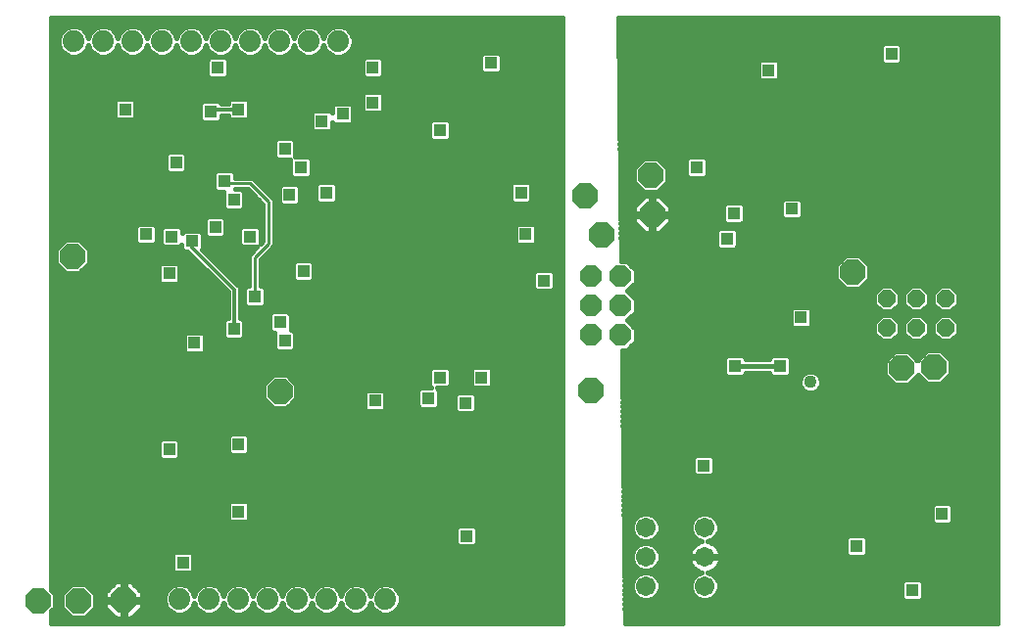
<source format=gbl>
G75*
%MOIN*%
%OFA0B0*%
%FSLAX25Y25*%
%IPPOS*%
%LPD*%
%AMOC8*
5,1,8,0,0,1.08239X$1,22.5*
%
%ADD10OC8,0.06000*%
%ADD11C,0.07400*%
%ADD12OC8,0.07400*%
%ADD13C,0.06731*%
%ADD14OC8,0.08500*%
%ADD15R,0.04362X0.04362*%
%ADD16C,0.04362*%
%ADD17C,0.01200*%
%ADD18C,0.01600*%
%ADD19C,0.03200*%
%ADD20C,0.01000*%
D10*
X0506591Y0208441D03*
X0516591Y0208441D03*
X0526591Y0208441D03*
X0526591Y0218441D03*
X0516591Y0218441D03*
X0506591Y0218441D03*
D11*
X0336000Y0116000D03*
X0326000Y0116000D03*
X0316000Y0116000D03*
X0306000Y0116000D03*
X0296000Y0116000D03*
X0286000Y0116000D03*
X0276000Y0116000D03*
X0266000Y0116000D03*
X0270000Y0306000D03*
X0260000Y0306000D03*
X0250000Y0306000D03*
X0240000Y0306000D03*
X0230000Y0306000D03*
X0280000Y0306000D03*
X0290000Y0306000D03*
X0300000Y0306000D03*
X0310000Y0306000D03*
X0320000Y0306000D03*
D12*
X0406000Y0226000D03*
X0416000Y0226000D03*
X0416000Y0216000D03*
X0406000Y0216000D03*
X0406000Y0206000D03*
X0416000Y0206000D03*
D13*
X0424661Y0140449D03*
X0424661Y0130449D03*
X0424661Y0120449D03*
X0444661Y0120449D03*
X0444661Y0130449D03*
X0444661Y0140449D03*
D14*
X0217811Y0115567D03*
X0231512Y0115567D03*
X0246945Y0115764D03*
X0300094Y0186669D03*
X0229465Y0232890D03*
X0404031Y0253559D03*
X0409740Y0239976D03*
X0426787Y0247063D03*
X0426315Y0260449D03*
X0494976Y0227378D03*
X0511630Y0194740D03*
X0522654Y0195055D03*
X0406000Y0187220D03*
D15*
X0388402Y0185252D03*
X0368717Y0191551D03*
X0363205Y0182890D03*
X0354543Y0191551D03*
X0350606Y0184465D03*
X0341157Y0182102D03*
X0332496Y0183677D03*
X0319110Y0189976D03*
X0301787Y0204150D03*
X0300213Y0210449D03*
X0291551Y0219110D03*
X0308087Y0227772D03*
X0289976Y0239583D03*
X0278165Y0242732D03*
X0270291Y0238008D03*
X0263205Y0239583D03*
X0254543Y0240370D03*
X0262417Y0226984D03*
X0284465Y0208087D03*
X0271079Y0203362D03*
X0262417Y0167142D03*
X0286039Y0168717D03*
X0272654Y0146669D03*
X0286039Y0145882D03*
X0267142Y0128559D03*
X0363598Y0137614D03*
X0444307Y0161630D03*
X0496276Y0134071D03*
X0515173Y0119110D03*
X0525409Y0145094D03*
X0470291Y0195488D03*
X0454937Y0195488D03*
X0477378Y0212024D03*
X0437220Y0219898D03*
X0452181Y0238795D03*
X0454543Y0247457D03*
X0474228Y0249031D03*
X0441945Y0263205D03*
X0466354Y0296276D03*
X0508087Y0301787D03*
X0389189Y0231709D03*
X0389976Y0224622D03*
X0382890Y0215961D03*
X0383677Y0240370D03*
X0383677Y0246669D03*
X0382102Y0254543D03*
X0350213Y0253756D03*
X0354543Y0275803D03*
X0339583Y0286039D03*
X0331709Y0285252D03*
X0321472Y0281315D03*
X0314386Y0278953D03*
X0301787Y0269504D03*
X0307299Y0263205D03*
X0303362Y0253756D03*
X0315961Y0254543D03*
X0284465Y0252181D03*
X0281315Y0258480D03*
X0264780Y0264780D03*
X0276591Y0282102D03*
X0286039Y0282890D03*
X0278953Y0297063D03*
X0247457Y0282890D03*
X0331709Y0297063D03*
X0371866Y0298638D03*
D16*
X0480528Y0189976D03*
D17*
X0356118Y0253756D02*
X0350213Y0253756D01*
X0286039Y0282890D02*
X0277378Y0282890D01*
X0276591Y0282102D01*
X0270291Y0238008D02*
X0270291Y0235646D01*
X0284465Y0221472D01*
X0284465Y0208087D01*
D18*
X0288046Y0208806D02*
X0296631Y0208806D01*
X0296631Y0207688D02*
X0297452Y0206868D01*
X0298206Y0206868D01*
X0298206Y0201389D01*
X0299026Y0200569D01*
X0304548Y0200569D01*
X0305368Y0201389D01*
X0305368Y0206911D01*
X0304548Y0207731D01*
X0303794Y0207731D01*
X0303794Y0213210D01*
X0302974Y0214030D01*
X0297452Y0214030D01*
X0296631Y0213210D01*
X0296631Y0207688D01*
X0297111Y0207208D02*
X0288046Y0207208D01*
X0288046Y0205609D02*
X0298206Y0205609D01*
X0298206Y0204011D02*
X0274660Y0204011D01*
X0274660Y0205609D02*
X0280883Y0205609D01*
X0280883Y0205326D02*
X0281704Y0204506D01*
X0287226Y0204506D01*
X0288046Y0205326D01*
X0288046Y0210848D01*
X0287226Y0211668D01*
X0286465Y0211668D01*
X0286465Y0222301D01*
X0285293Y0223472D01*
X0273695Y0235070D01*
X0273872Y0235247D01*
X0273872Y0240769D01*
X0273052Y0241589D01*
X0267530Y0241589D01*
X0266786Y0240844D01*
X0266786Y0242344D01*
X0265966Y0243164D01*
X0260444Y0243164D01*
X0259624Y0242344D01*
X0259624Y0236822D01*
X0260444Y0236002D01*
X0265966Y0236002D01*
X0266710Y0236746D01*
X0266710Y0235247D01*
X0267530Y0234427D01*
X0268682Y0234427D01*
X0282465Y0220644D01*
X0282465Y0211668D01*
X0281704Y0211668D01*
X0280883Y0210848D01*
X0280883Y0205326D01*
X0280883Y0207208D02*
X0222260Y0207208D01*
X0222260Y0208806D02*
X0280883Y0208806D01*
X0280883Y0210405D02*
X0222260Y0210405D01*
X0222260Y0212003D02*
X0282465Y0212003D01*
X0282465Y0213602D02*
X0222260Y0213602D01*
X0222260Y0215201D02*
X0282465Y0215201D01*
X0282465Y0216799D02*
X0222260Y0216799D01*
X0222260Y0218398D02*
X0282465Y0218398D01*
X0282465Y0219996D02*
X0222260Y0219996D01*
X0222260Y0221595D02*
X0281514Y0221595D01*
X0279916Y0223193D02*
X0222260Y0223193D01*
X0222260Y0224792D02*
X0258836Y0224792D01*
X0258836Y0224223D02*
X0259656Y0223403D01*
X0265178Y0223403D01*
X0265998Y0224223D01*
X0265998Y0229745D01*
X0265178Y0230565D01*
X0259656Y0230565D01*
X0258836Y0229745D01*
X0258836Y0224223D01*
X0258836Y0226390D02*
X0222260Y0226390D01*
X0222260Y0227989D02*
X0226375Y0227989D01*
X0227124Y0227240D02*
X0231805Y0227240D01*
X0235115Y0230549D01*
X0235115Y0235230D01*
X0231805Y0238540D01*
X0227124Y0238540D01*
X0223815Y0235230D01*
X0223815Y0230549D01*
X0227124Y0227240D01*
X0224777Y0229587D02*
X0222260Y0229587D01*
X0222260Y0231186D02*
X0223815Y0231186D01*
X0223815Y0232784D02*
X0222260Y0232784D01*
X0222260Y0234383D02*
X0223815Y0234383D01*
X0224566Y0235981D02*
X0222260Y0235981D01*
X0222260Y0237580D02*
X0226164Y0237580D01*
X0222260Y0239178D02*
X0250962Y0239178D01*
X0250962Y0237609D02*
X0251782Y0236789D01*
X0257304Y0236789D01*
X0258124Y0237609D01*
X0258124Y0243131D01*
X0257304Y0243951D01*
X0251782Y0243951D01*
X0250962Y0243131D01*
X0250962Y0237609D01*
X0250992Y0237580D02*
X0232765Y0237580D01*
X0234363Y0235981D02*
X0266710Y0235981D01*
X0268726Y0234383D02*
X0235115Y0234383D01*
X0235115Y0232784D02*
X0270324Y0232784D01*
X0271923Y0231186D02*
X0235115Y0231186D01*
X0234152Y0229587D02*
X0258836Y0229587D01*
X0258836Y0227989D02*
X0232554Y0227989D01*
X0222260Y0240777D02*
X0250962Y0240777D01*
X0250962Y0242375D02*
X0222260Y0242375D01*
X0222260Y0243974D02*
X0274584Y0243974D01*
X0274584Y0245493D02*
X0274584Y0239971D01*
X0275404Y0239151D01*
X0280926Y0239151D01*
X0281746Y0239971D01*
X0281746Y0245493D01*
X0280926Y0246313D01*
X0275404Y0246313D01*
X0274584Y0245493D01*
X0274663Y0245572D02*
X0222260Y0245572D01*
X0222260Y0247171D02*
X0294376Y0247171D01*
X0294376Y0248769D02*
X0287395Y0248769D01*
X0287226Y0248600D02*
X0288046Y0249420D01*
X0288046Y0254942D01*
X0287226Y0255762D01*
X0284896Y0255762D01*
X0284896Y0255793D01*
X0289189Y0255793D01*
X0294376Y0250607D01*
X0294376Y0238007D01*
X0293557Y0237189D01*
X0293557Y0242344D01*
X0292737Y0243164D01*
X0287215Y0243164D01*
X0286395Y0242344D01*
X0286395Y0236822D01*
X0287215Y0236002D01*
X0292370Y0236002D01*
X0289651Y0233283D01*
X0289651Y0222691D01*
X0288790Y0222691D01*
X0287970Y0221871D01*
X0287970Y0216349D01*
X0288790Y0215529D01*
X0294312Y0215529D01*
X0295132Y0216349D01*
X0295132Y0221871D01*
X0294312Y0222691D01*
X0293451Y0222691D01*
X0293451Y0231709D01*
X0298176Y0236433D01*
X0298176Y0252181D01*
X0291876Y0258480D01*
X0290763Y0259593D01*
X0284896Y0259593D01*
X0284896Y0261241D01*
X0284076Y0262061D01*
X0278554Y0262061D01*
X0277734Y0261241D01*
X0277734Y0255719D01*
X0278554Y0254899D01*
X0280883Y0254899D01*
X0280883Y0249420D01*
X0281704Y0248600D01*
X0287226Y0248600D01*
X0288046Y0250368D02*
X0294376Y0250368D01*
X0293016Y0251966D02*
X0288046Y0251966D01*
X0288046Y0253565D02*
X0291417Y0253565D01*
X0289819Y0255163D02*
X0287824Y0255163D01*
X0291876Y0258480D02*
X0291876Y0258480D01*
X0291996Y0258360D02*
X0396276Y0258360D01*
X0396276Y0256762D02*
X0385683Y0256762D01*
X0385683Y0257304D02*
X0384863Y0258124D01*
X0379341Y0258124D01*
X0378521Y0257304D01*
X0378521Y0251782D01*
X0379341Y0250962D01*
X0384863Y0250962D01*
X0385683Y0251782D01*
X0385683Y0257304D01*
X0385683Y0255163D02*
X0396276Y0255163D01*
X0396276Y0253565D02*
X0385683Y0253565D01*
X0385683Y0251966D02*
X0396276Y0251966D01*
X0396276Y0250368D02*
X0306316Y0250368D01*
X0306123Y0250175D02*
X0306943Y0250995D01*
X0306943Y0256517D01*
X0306123Y0257337D01*
X0300601Y0257337D01*
X0299781Y0256517D01*
X0299781Y0250995D01*
X0300601Y0250175D01*
X0306123Y0250175D01*
X0306943Y0251966D02*
X0312380Y0251966D01*
X0312380Y0251782D02*
X0313200Y0250962D01*
X0318722Y0250962D01*
X0319542Y0251782D01*
X0319542Y0257304D01*
X0318722Y0258124D01*
X0313200Y0258124D01*
X0312380Y0257304D01*
X0312380Y0251782D01*
X0312380Y0253565D02*
X0306943Y0253565D01*
X0306943Y0255163D02*
X0312380Y0255163D01*
X0312380Y0256762D02*
X0306698Y0256762D01*
X0304538Y0259624D02*
X0310060Y0259624D01*
X0310880Y0260444D01*
X0310880Y0265966D01*
X0310060Y0266786D01*
X0305368Y0266786D01*
X0305368Y0272265D01*
X0304548Y0273085D01*
X0299026Y0273085D01*
X0298206Y0272265D01*
X0298206Y0266743D01*
X0299026Y0265923D01*
X0303718Y0265923D01*
X0303718Y0260444D01*
X0304538Y0259624D01*
X0304203Y0259959D02*
X0284896Y0259959D01*
X0284580Y0261557D02*
X0303718Y0261557D01*
X0303718Y0263156D02*
X0268361Y0263156D01*
X0268361Y0262019D02*
X0267541Y0261198D01*
X0262019Y0261198D01*
X0261198Y0262019D01*
X0261198Y0267541D01*
X0262019Y0268361D01*
X0267541Y0268361D01*
X0268361Y0267541D01*
X0268361Y0262019D01*
X0267899Y0261557D02*
X0278050Y0261557D01*
X0277734Y0259959D02*
X0222260Y0259959D01*
X0222260Y0261557D02*
X0261660Y0261557D01*
X0261198Y0263156D02*
X0222260Y0263156D01*
X0222260Y0264754D02*
X0261198Y0264754D01*
X0261198Y0266353D02*
X0222260Y0266353D01*
X0222260Y0267951D02*
X0261609Y0267951D01*
X0267950Y0267951D02*
X0298206Y0267951D01*
X0298206Y0269550D02*
X0222260Y0269550D01*
X0222260Y0271148D02*
X0298206Y0271148D01*
X0298688Y0272747D02*
X0222260Y0272747D01*
X0222260Y0274345D02*
X0350962Y0274345D01*
X0350962Y0273042D02*
X0351782Y0272222D01*
X0357304Y0272222D01*
X0358124Y0273042D01*
X0358124Y0278564D01*
X0357304Y0279384D01*
X0351782Y0279384D01*
X0350962Y0278564D01*
X0350962Y0273042D01*
X0351257Y0272747D02*
X0304887Y0272747D01*
X0305368Y0271148D02*
X0396276Y0271148D01*
X0396276Y0269550D02*
X0305368Y0269550D01*
X0305368Y0267951D02*
X0396276Y0267951D01*
X0396276Y0266353D02*
X0310493Y0266353D01*
X0310880Y0264754D02*
X0396276Y0264754D01*
X0396276Y0263156D02*
X0310880Y0263156D01*
X0310880Y0261557D02*
X0396276Y0261557D01*
X0396276Y0259959D02*
X0310395Y0259959D01*
X0303718Y0264754D02*
X0268361Y0264754D01*
X0268361Y0266353D02*
X0298596Y0266353D01*
X0310805Y0276192D02*
X0311625Y0275372D01*
X0317147Y0275372D01*
X0317967Y0276192D01*
X0317967Y0278478D01*
X0318711Y0277734D01*
X0324233Y0277734D01*
X0325054Y0278554D01*
X0325054Y0284076D01*
X0324233Y0284896D01*
X0318711Y0284896D01*
X0317891Y0284076D01*
X0317891Y0281789D01*
X0317147Y0282534D01*
X0311625Y0282534D01*
X0310805Y0281714D01*
X0310805Y0276192D01*
X0311053Y0275944D02*
X0222260Y0275944D01*
X0222260Y0277542D02*
X0310805Y0277542D01*
X0310805Y0279141D02*
X0279971Y0279141D01*
X0280172Y0279341D02*
X0280172Y0280890D01*
X0282458Y0280890D01*
X0282458Y0280129D01*
X0283278Y0279309D01*
X0288800Y0279309D01*
X0289620Y0280129D01*
X0289620Y0285651D01*
X0288800Y0286471D01*
X0283278Y0286471D01*
X0282458Y0285651D01*
X0282458Y0284890D01*
X0280145Y0284890D01*
X0279352Y0285683D01*
X0273830Y0285683D01*
X0273009Y0284863D01*
X0273009Y0279341D01*
X0273830Y0278521D01*
X0279352Y0278521D01*
X0280172Y0279341D01*
X0280172Y0280739D02*
X0282458Y0280739D01*
X0289620Y0280739D02*
X0310805Y0280739D01*
X0311429Y0282338D02*
X0289620Y0282338D01*
X0289620Y0283937D02*
X0317891Y0283937D01*
X0317891Y0282338D02*
X0317343Y0282338D01*
X0317967Y0277542D02*
X0350962Y0277542D01*
X0350962Y0275944D02*
X0317719Y0275944D01*
X0325054Y0279141D02*
X0351539Y0279141D01*
X0357548Y0279141D02*
X0396276Y0279141D01*
X0396276Y0280739D02*
X0325054Y0280739D01*
X0325054Y0282338D02*
X0328281Y0282338D01*
X0328128Y0282491D02*
X0328948Y0281671D01*
X0334470Y0281671D01*
X0335290Y0282491D01*
X0335290Y0288013D01*
X0334470Y0288833D01*
X0328948Y0288833D01*
X0328128Y0288013D01*
X0328128Y0282491D01*
X0328128Y0283937D02*
X0325054Y0283937D01*
X0328128Y0285535D02*
X0289620Y0285535D01*
X0282458Y0285535D02*
X0279500Y0285535D01*
X0273681Y0285535D02*
X0251038Y0285535D01*
X0251038Y0285651D02*
X0250218Y0286471D01*
X0244696Y0286471D01*
X0243876Y0285651D01*
X0243876Y0280129D01*
X0244696Y0279309D01*
X0250218Y0279309D01*
X0251038Y0280129D01*
X0251038Y0285651D01*
X0251038Y0283937D02*
X0273009Y0283937D01*
X0273009Y0282338D02*
X0251038Y0282338D01*
X0251038Y0280739D02*
X0273009Y0280739D01*
X0273210Y0279141D02*
X0222260Y0279141D01*
X0222260Y0280739D02*
X0243876Y0280739D01*
X0243876Y0282338D02*
X0222260Y0282338D01*
X0222260Y0283937D02*
X0243876Y0283937D01*
X0243876Y0285535D02*
X0222260Y0285535D01*
X0222260Y0287134D02*
X0328128Y0287134D01*
X0328847Y0288732D02*
X0222260Y0288732D01*
X0222260Y0290331D02*
X0396276Y0290331D01*
X0396276Y0291929D02*
X0222260Y0291929D01*
X0222260Y0293528D02*
X0276146Y0293528D01*
X0276192Y0293482D02*
X0281714Y0293482D01*
X0282534Y0294302D01*
X0282534Y0299824D01*
X0281714Y0300644D01*
X0276192Y0300644D01*
X0275372Y0299824D01*
X0275372Y0294302D01*
X0276192Y0293482D01*
X0275372Y0295126D02*
X0222260Y0295126D01*
X0222260Y0296725D02*
X0275372Y0296725D01*
X0275372Y0298323D02*
X0222260Y0298323D01*
X0222260Y0299922D02*
X0275469Y0299922D01*
X0277111Y0301676D02*
X0278986Y0300900D01*
X0281014Y0300900D01*
X0282889Y0301676D01*
X0284324Y0303111D01*
X0285000Y0304744D01*
X0285676Y0303111D01*
X0287111Y0301676D01*
X0288986Y0300900D01*
X0291014Y0300900D01*
X0292889Y0301676D01*
X0294324Y0303111D01*
X0295000Y0304744D01*
X0295676Y0303111D01*
X0297111Y0301676D01*
X0298986Y0300900D01*
X0301014Y0300900D01*
X0302889Y0301676D01*
X0304324Y0303111D01*
X0305000Y0304744D01*
X0305676Y0303111D01*
X0307111Y0301676D01*
X0308986Y0300900D01*
X0311014Y0300900D01*
X0312889Y0301676D01*
X0314324Y0303111D01*
X0315000Y0304744D01*
X0315676Y0303111D01*
X0317111Y0301676D01*
X0318986Y0300900D01*
X0321014Y0300900D01*
X0322889Y0301676D01*
X0324324Y0303111D01*
X0325100Y0304986D01*
X0325100Y0307014D01*
X0324324Y0308889D01*
X0322889Y0310324D01*
X0321014Y0311100D01*
X0318986Y0311100D01*
X0317111Y0310324D01*
X0315676Y0308889D01*
X0315000Y0307256D01*
X0314324Y0308889D01*
X0312889Y0310324D01*
X0311014Y0311100D01*
X0308986Y0311100D01*
X0307111Y0310324D01*
X0305676Y0308889D01*
X0305000Y0307256D01*
X0304324Y0308889D01*
X0302889Y0310324D01*
X0301014Y0311100D01*
X0298986Y0311100D01*
X0297111Y0310324D01*
X0295676Y0308889D01*
X0295000Y0307256D01*
X0294324Y0308889D01*
X0292889Y0310324D01*
X0291014Y0311100D01*
X0288986Y0311100D01*
X0287111Y0310324D01*
X0285676Y0308889D01*
X0285000Y0307256D01*
X0284324Y0308889D01*
X0282889Y0310324D01*
X0281014Y0311100D01*
X0278986Y0311100D01*
X0277111Y0310324D01*
X0275676Y0308889D01*
X0275000Y0307256D01*
X0274324Y0308889D01*
X0272889Y0310324D01*
X0271014Y0311100D01*
X0268986Y0311100D01*
X0267111Y0310324D01*
X0265676Y0308889D01*
X0265000Y0307256D01*
X0264324Y0308889D01*
X0262889Y0310324D01*
X0261014Y0311100D01*
X0258986Y0311100D01*
X0257111Y0310324D01*
X0255676Y0308889D01*
X0255000Y0307256D01*
X0254324Y0308889D01*
X0252889Y0310324D01*
X0251014Y0311100D01*
X0248986Y0311100D01*
X0247111Y0310324D01*
X0245676Y0308889D01*
X0245000Y0307256D01*
X0244324Y0308889D01*
X0242889Y0310324D01*
X0241014Y0311100D01*
X0238986Y0311100D01*
X0237111Y0310324D01*
X0235676Y0308889D01*
X0235000Y0307256D01*
X0234324Y0308889D01*
X0232889Y0310324D01*
X0231014Y0311100D01*
X0228986Y0311100D01*
X0227111Y0310324D01*
X0225676Y0308889D01*
X0224900Y0307014D01*
X0224900Y0304986D01*
X0225676Y0303111D01*
X0227111Y0301676D01*
X0228986Y0300900D01*
X0231014Y0300900D01*
X0232889Y0301676D01*
X0234324Y0303111D01*
X0235000Y0304744D01*
X0235676Y0303111D01*
X0237111Y0301676D01*
X0238986Y0300900D01*
X0241014Y0300900D01*
X0242889Y0301676D01*
X0244324Y0303111D01*
X0245000Y0304744D01*
X0245676Y0303111D01*
X0247111Y0301676D01*
X0248986Y0300900D01*
X0251014Y0300900D01*
X0252889Y0301676D01*
X0254324Y0303111D01*
X0255000Y0304744D01*
X0255676Y0303111D01*
X0257111Y0301676D01*
X0258986Y0300900D01*
X0261014Y0300900D01*
X0262889Y0301676D01*
X0264324Y0303111D01*
X0265000Y0304744D01*
X0265676Y0303111D01*
X0267111Y0301676D01*
X0268986Y0300900D01*
X0271014Y0300900D01*
X0272889Y0301676D01*
X0274324Y0303111D01*
X0275000Y0304744D01*
X0275676Y0303111D01*
X0277111Y0301676D01*
X0277488Y0301520D02*
X0272512Y0301520D01*
X0274327Y0303119D02*
X0275673Y0303119D01*
X0275011Y0304717D02*
X0274989Y0304717D01*
X0274727Y0307914D02*
X0275273Y0307914D01*
X0276300Y0309513D02*
X0273700Y0309513D01*
X0266300Y0309513D02*
X0263700Y0309513D01*
X0264727Y0307914D02*
X0265273Y0307914D01*
X0265011Y0304717D02*
X0264989Y0304717D01*
X0264327Y0303119D02*
X0265673Y0303119D01*
X0267488Y0301520D02*
X0262512Y0301520D01*
X0257488Y0301520D02*
X0252512Y0301520D01*
X0254327Y0303119D02*
X0255673Y0303119D01*
X0255011Y0304717D02*
X0254989Y0304717D01*
X0254727Y0307914D02*
X0255273Y0307914D01*
X0256300Y0309513D02*
X0253700Y0309513D01*
X0246300Y0309513D02*
X0243700Y0309513D01*
X0244727Y0307914D02*
X0245273Y0307914D01*
X0245011Y0304717D02*
X0244989Y0304717D01*
X0244327Y0303119D02*
X0245673Y0303119D01*
X0247488Y0301520D02*
X0242512Y0301520D01*
X0237488Y0301520D02*
X0232512Y0301520D01*
X0234327Y0303119D02*
X0235673Y0303119D01*
X0235011Y0304717D02*
X0234989Y0304717D01*
X0234727Y0307914D02*
X0235273Y0307914D01*
X0236300Y0309513D02*
X0233700Y0309513D01*
X0226300Y0309513D02*
X0222260Y0309513D01*
X0222260Y0311111D02*
X0396276Y0311111D01*
X0396276Y0309513D02*
X0323700Y0309513D01*
X0324727Y0307914D02*
X0396276Y0307914D01*
X0396276Y0306316D02*
X0325100Y0306316D01*
X0324989Y0304717D02*
X0396276Y0304717D01*
X0396276Y0303119D02*
X0324327Y0303119D01*
X0322512Y0301520D02*
X0368406Y0301520D01*
X0368285Y0301399D02*
X0368285Y0295877D01*
X0369105Y0295057D01*
X0374627Y0295057D01*
X0375447Y0295877D01*
X0375447Y0301399D01*
X0374627Y0302219D01*
X0369105Y0302219D01*
X0368285Y0301399D01*
X0368285Y0299922D02*
X0335192Y0299922D01*
X0335290Y0299824D02*
X0334470Y0300644D01*
X0328948Y0300644D01*
X0328128Y0299824D01*
X0328128Y0294302D01*
X0328948Y0293482D01*
X0334470Y0293482D01*
X0335290Y0294302D01*
X0335290Y0299824D01*
X0335290Y0298323D02*
X0368285Y0298323D01*
X0368285Y0296725D02*
X0335290Y0296725D01*
X0335290Y0295126D02*
X0369036Y0295126D01*
X0374697Y0295126D02*
X0396276Y0295126D01*
X0396276Y0293528D02*
X0334515Y0293528D01*
X0328902Y0293528D02*
X0281759Y0293528D01*
X0282534Y0295126D02*
X0328128Y0295126D01*
X0328128Y0296725D02*
X0282534Y0296725D01*
X0282534Y0298323D02*
X0328128Y0298323D01*
X0328225Y0299922D02*
X0282436Y0299922D01*
X0282512Y0301520D02*
X0287488Y0301520D01*
X0285673Y0303119D02*
X0284327Y0303119D01*
X0284989Y0304717D02*
X0285011Y0304717D01*
X0285273Y0307914D02*
X0284727Y0307914D01*
X0283700Y0309513D02*
X0286300Y0309513D01*
X0293700Y0309513D02*
X0296300Y0309513D01*
X0295273Y0307914D02*
X0294727Y0307914D01*
X0294989Y0304717D02*
X0295011Y0304717D01*
X0295673Y0303119D02*
X0294327Y0303119D01*
X0292512Y0301520D02*
X0297488Y0301520D01*
X0302512Y0301520D02*
X0307488Y0301520D01*
X0305673Y0303119D02*
X0304327Y0303119D01*
X0304989Y0304717D02*
X0305011Y0304717D01*
X0305273Y0307914D02*
X0304727Y0307914D01*
X0303700Y0309513D02*
X0306300Y0309513D01*
X0313700Y0309513D02*
X0316300Y0309513D01*
X0315273Y0307914D02*
X0314727Y0307914D01*
X0314989Y0304717D02*
X0315011Y0304717D01*
X0315673Y0303119D02*
X0314327Y0303119D01*
X0312512Y0301520D02*
X0317488Y0301520D01*
X0334571Y0288732D02*
X0396276Y0288732D01*
X0396276Y0287134D02*
X0335290Y0287134D01*
X0335290Y0285535D02*
X0396276Y0285535D01*
X0396276Y0283937D02*
X0335290Y0283937D01*
X0335137Y0282338D02*
X0396276Y0282338D01*
X0396276Y0277542D02*
X0358124Y0277542D01*
X0358124Y0275944D02*
X0396276Y0275944D01*
X0396276Y0274345D02*
X0358124Y0274345D01*
X0357829Y0272747D02*
X0396276Y0272747D01*
X0415708Y0272747D02*
X0544200Y0272747D01*
X0544200Y0274345D02*
X0415691Y0274345D01*
X0415674Y0275944D02*
X0544200Y0275944D01*
X0544200Y0277542D02*
X0415657Y0277542D01*
X0415640Y0279141D02*
X0544200Y0279141D01*
X0544200Y0280739D02*
X0415623Y0280739D01*
X0415606Y0282338D02*
X0544200Y0282338D01*
X0544200Y0283937D02*
X0415589Y0283937D01*
X0415572Y0285535D02*
X0544200Y0285535D01*
X0544200Y0287134D02*
X0415555Y0287134D01*
X0415538Y0288732D02*
X0544200Y0288732D01*
X0544200Y0290331D02*
X0415521Y0290331D01*
X0415504Y0291929D02*
X0544200Y0291929D01*
X0544200Y0293528D02*
X0469935Y0293528D01*
X0469935Y0293515D02*
X0469115Y0292694D01*
X0463593Y0292694D01*
X0462773Y0293515D01*
X0462773Y0299037D01*
X0463593Y0299857D01*
X0469115Y0299857D01*
X0469935Y0299037D01*
X0469935Y0293515D01*
X0469935Y0295126D02*
X0544200Y0295126D01*
X0544200Y0296725D02*
X0469935Y0296725D01*
X0469935Y0298323D02*
X0505209Y0298323D01*
X0505326Y0298206D02*
X0510848Y0298206D01*
X0511668Y0299026D01*
X0511668Y0304548D01*
X0510848Y0305368D01*
X0505326Y0305368D01*
X0504506Y0304548D01*
X0504506Y0299026D01*
X0505326Y0298206D01*
X0504506Y0299922D02*
X0415419Y0299922D01*
X0415402Y0301520D02*
X0504506Y0301520D01*
X0504506Y0303119D02*
X0415385Y0303119D01*
X0415368Y0304717D02*
X0504674Y0304717D01*
X0511499Y0304717D02*
X0544200Y0304717D01*
X0544200Y0303119D02*
X0511668Y0303119D01*
X0511668Y0301520D02*
X0544200Y0301520D01*
X0544200Y0299922D02*
X0511668Y0299922D01*
X0510964Y0298323D02*
X0544200Y0298323D01*
X0544200Y0306316D02*
X0415351Y0306316D01*
X0415334Y0307914D02*
X0544200Y0307914D01*
X0544200Y0309513D02*
X0415317Y0309513D01*
X0415300Y0311111D02*
X0544200Y0311111D01*
X0544200Y0312710D02*
X0415283Y0312710D01*
X0415267Y0314200D02*
X0416151Y0231100D01*
X0418112Y0231100D01*
X0421100Y0228112D01*
X0421100Y0223888D01*
X0418212Y0221000D01*
X0421100Y0218112D01*
X0421100Y0213888D01*
X0418212Y0211000D01*
X0421100Y0208112D01*
X0421100Y0203888D01*
X0418112Y0200900D01*
X0416473Y0200900D01*
X0417463Y0107800D01*
X0544200Y0107800D01*
X0544200Y0314200D01*
X0415267Y0314200D01*
X0396276Y0314200D02*
X0396276Y0107800D01*
X0222260Y0107800D01*
X0222260Y0112025D01*
X0223461Y0113227D01*
X0223461Y0117907D01*
X0222260Y0119108D01*
X0222260Y0314200D01*
X0396276Y0314200D01*
X0396276Y0312710D02*
X0222260Y0312710D01*
X0222260Y0307914D02*
X0225273Y0307914D01*
X0224900Y0306316D02*
X0222260Y0306316D01*
X0222260Y0304717D02*
X0225011Y0304717D01*
X0225673Y0303119D02*
X0222260Y0303119D01*
X0222260Y0301520D02*
X0227488Y0301520D01*
X0222260Y0258360D02*
X0277734Y0258360D01*
X0277734Y0256762D02*
X0222260Y0256762D01*
X0222260Y0255163D02*
X0278290Y0255163D01*
X0280883Y0253565D02*
X0222260Y0253565D01*
X0222260Y0251966D02*
X0280883Y0251966D01*
X0280883Y0250368D02*
X0222260Y0250368D01*
X0222260Y0248769D02*
X0281534Y0248769D01*
X0281667Y0245572D02*
X0294376Y0245572D01*
X0294376Y0243974D02*
X0281746Y0243974D01*
X0281746Y0242375D02*
X0286427Y0242375D01*
X0286395Y0240777D02*
X0281746Y0240777D01*
X0280953Y0239178D02*
X0286395Y0239178D01*
X0286395Y0237580D02*
X0273872Y0237580D01*
X0273872Y0239178D02*
X0275377Y0239178D01*
X0274584Y0240777D02*
X0273865Y0240777D01*
X0274584Y0242375D02*
X0266754Y0242375D01*
X0259655Y0242375D02*
X0258124Y0242375D01*
X0258124Y0240777D02*
X0259624Y0240777D01*
X0259624Y0239178D02*
X0258124Y0239178D01*
X0258095Y0237580D02*
X0259624Y0237580D01*
X0265998Y0229587D02*
X0273521Y0229587D01*
X0275120Y0227989D02*
X0265998Y0227989D01*
X0265998Y0226390D02*
X0276718Y0226390D01*
X0278317Y0224792D02*
X0265998Y0224792D01*
X0275981Y0232784D02*
X0289651Y0232784D01*
X0289651Y0231186D02*
X0277580Y0231186D01*
X0279178Y0229587D02*
X0289651Y0229587D01*
X0289651Y0227989D02*
X0280777Y0227989D01*
X0282375Y0226390D02*
X0289651Y0226390D01*
X0289651Y0224792D02*
X0283974Y0224792D01*
X0285572Y0223193D02*
X0289651Y0223193D01*
X0287970Y0221595D02*
X0286465Y0221595D01*
X0286465Y0219996D02*
X0287970Y0219996D01*
X0287970Y0218398D02*
X0286465Y0218398D01*
X0286465Y0216799D02*
X0287970Y0216799D01*
X0286465Y0215201D02*
X0396276Y0215201D01*
X0396276Y0216799D02*
X0295132Y0216799D01*
X0295132Y0218398D02*
X0396276Y0218398D01*
X0396276Y0219996D02*
X0295132Y0219996D01*
X0295132Y0221595D02*
X0386662Y0221595D01*
X0386395Y0221861D02*
X0387215Y0221041D01*
X0392737Y0221041D01*
X0393557Y0221861D01*
X0393557Y0227383D01*
X0392737Y0228203D01*
X0387215Y0228203D01*
X0386395Y0227383D01*
X0386395Y0221861D01*
X0386395Y0223193D02*
X0293451Y0223193D01*
X0293451Y0224792D02*
X0304725Y0224792D01*
X0304506Y0225011D02*
X0305326Y0224191D01*
X0310848Y0224191D01*
X0311668Y0225011D01*
X0311668Y0230533D01*
X0310848Y0231353D01*
X0305326Y0231353D01*
X0304506Y0230533D01*
X0304506Y0225011D01*
X0304506Y0226390D02*
X0293451Y0226390D01*
X0293451Y0227989D02*
X0304506Y0227989D01*
X0304506Y0229587D02*
X0293451Y0229587D01*
X0293451Y0231186D02*
X0305158Y0231186D01*
X0311015Y0231186D02*
X0396276Y0231186D01*
X0396276Y0232784D02*
X0294526Y0232784D01*
X0296125Y0234383D02*
X0396276Y0234383D01*
X0396276Y0235981D02*
X0297723Y0235981D01*
X0298176Y0237580D02*
X0380125Y0237580D01*
X0380096Y0237609D02*
X0380916Y0236789D01*
X0386438Y0236789D01*
X0387258Y0237609D01*
X0387258Y0243131D01*
X0386438Y0243951D01*
X0380916Y0243951D01*
X0380096Y0243131D01*
X0380096Y0237609D01*
X0380096Y0239178D02*
X0298176Y0239178D01*
X0298176Y0240777D02*
X0380096Y0240777D01*
X0380096Y0242375D02*
X0298176Y0242375D01*
X0298176Y0243974D02*
X0396276Y0243974D01*
X0396276Y0245572D02*
X0298176Y0245572D01*
X0298176Y0247171D02*
X0396276Y0247171D01*
X0396276Y0248769D02*
X0298176Y0248769D01*
X0298176Y0250368D02*
X0300408Y0250368D01*
X0299781Y0251966D02*
X0298176Y0251966D01*
X0296791Y0253565D02*
X0299781Y0253565D01*
X0299781Y0255163D02*
X0295193Y0255163D01*
X0293594Y0256762D02*
X0300026Y0256762D01*
X0294376Y0242375D02*
X0293526Y0242375D01*
X0293557Y0240777D02*
X0294376Y0240777D01*
X0294376Y0239178D02*
X0293557Y0239178D01*
X0293557Y0237580D02*
X0293948Y0237580D01*
X0292349Y0235981D02*
X0273872Y0235981D01*
X0274383Y0234383D02*
X0290751Y0234383D01*
X0311668Y0229587D02*
X0396276Y0229587D01*
X0396276Y0227989D02*
X0392952Y0227989D01*
X0393557Y0226390D02*
X0396276Y0226390D01*
X0396276Y0224792D02*
X0393557Y0224792D01*
X0393557Y0223193D02*
X0396276Y0223193D01*
X0396276Y0221595D02*
X0393291Y0221595D01*
X0386395Y0224792D02*
X0311449Y0224792D01*
X0311668Y0226390D02*
X0386395Y0226390D01*
X0387001Y0227989D02*
X0311668Y0227989D01*
X0303402Y0213602D02*
X0396276Y0213602D01*
X0396276Y0212003D02*
X0303794Y0212003D01*
X0303794Y0210405D02*
X0396276Y0210405D01*
X0396276Y0208806D02*
X0303794Y0208806D01*
X0305071Y0207208D02*
X0396276Y0207208D01*
X0396276Y0205609D02*
X0305368Y0205609D01*
X0305368Y0204011D02*
X0396276Y0204011D01*
X0396276Y0202412D02*
X0305368Y0202412D01*
X0304794Y0200814D02*
X0396276Y0200814D01*
X0396276Y0199215D02*
X0222260Y0199215D01*
X0222260Y0197617D02*
X0396276Y0197617D01*
X0396276Y0196018D02*
X0222260Y0196018D01*
X0222260Y0194420D02*
X0351070Y0194420D01*
X0350962Y0194312D02*
X0350962Y0188790D01*
X0351707Y0188046D01*
X0347845Y0188046D01*
X0347025Y0187226D01*
X0347025Y0181704D01*
X0347845Y0180883D01*
X0353367Y0180883D01*
X0354187Y0181704D01*
X0354187Y0187226D01*
X0353443Y0187970D01*
X0357304Y0187970D01*
X0358124Y0188790D01*
X0358124Y0194312D01*
X0357304Y0195132D01*
X0351782Y0195132D01*
X0350962Y0194312D01*
X0350962Y0192821D02*
X0222260Y0192821D01*
X0222260Y0191223D02*
X0296658Y0191223D01*
X0297754Y0192319D02*
X0294444Y0189010D01*
X0294444Y0184329D01*
X0297754Y0181019D01*
X0302435Y0181019D01*
X0305744Y0184329D01*
X0305744Y0189010D01*
X0302435Y0192319D01*
X0297754Y0192319D01*
X0295059Y0189624D02*
X0222260Y0189624D01*
X0222260Y0188026D02*
X0294444Y0188026D01*
X0294444Y0186427D02*
X0222260Y0186427D01*
X0222260Y0184829D02*
X0294444Y0184829D01*
X0295543Y0183230D02*
X0222260Y0183230D01*
X0222260Y0181632D02*
X0297142Y0181632D01*
X0303047Y0181632D02*
X0328915Y0181632D01*
X0328915Y0180916D02*
X0329735Y0180096D01*
X0335257Y0180096D01*
X0336077Y0180916D01*
X0336077Y0186438D01*
X0335257Y0187258D01*
X0329735Y0187258D01*
X0328915Y0186438D01*
X0328915Y0180916D01*
X0328915Y0183230D02*
X0304646Y0183230D01*
X0305744Y0184829D02*
X0328915Y0184829D01*
X0328915Y0186427D02*
X0305744Y0186427D01*
X0305744Y0188026D02*
X0347825Y0188026D01*
X0347025Y0186427D02*
X0336077Y0186427D01*
X0336077Y0184829D02*
X0347025Y0184829D01*
X0347025Y0183230D02*
X0336077Y0183230D01*
X0336077Y0181632D02*
X0347097Y0181632D01*
X0341157Y0182102D02*
X0341157Y0180528D01*
X0340370Y0181315D01*
X0350962Y0189624D02*
X0305130Y0189624D01*
X0303531Y0191223D02*
X0350962Y0191223D01*
X0354187Y0186427D02*
X0360400Y0186427D01*
X0360444Y0186471D02*
X0359624Y0185651D01*
X0359624Y0180129D01*
X0360444Y0179309D01*
X0365966Y0179309D01*
X0366786Y0180129D01*
X0366786Y0185651D01*
X0365966Y0186471D01*
X0360444Y0186471D01*
X0359624Y0184829D02*
X0354187Y0184829D01*
X0354187Y0183230D02*
X0359624Y0183230D01*
X0359624Y0181632D02*
X0354116Y0181632D01*
X0359719Y0180033D02*
X0222260Y0180033D01*
X0222260Y0178435D02*
X0396276Y0178435D01*
X0396276Y0180033D02*
X0366690Y0180033D01*
X0366786Y0181632D02*
X0396276Y0181632D01*
X0396276Y0183230D02*
X0366786Y0183230D01*
X0366786Y0184829D02*
X0396276Y0184829D01*
X0396276Y0186427D02*
X0366009Y0186427D01*
X0365956Y0187970D02*
X0371478Y0187970D01*
X0372298Y0188790D01*
X0372298Y0194312D01*
X0371478Y0195132D01*
X0365956Y0195132D01*
X0365135Y0194312D01*
X0365135Y0188790D01*
X0365956Y0187970D01*
X0365900Y0188026D02*
X0357360Y0188026D01*
X0358124Y0189624D02*
X0365135Y0189624D01*
X0365135Y0191223D02*
X0358124Y0191223D01*
X0358124Y0192821D02*
X0365135Y0192821D01*
X0365243Y0194420D02*
X0358017Y0194420D01*
X0372190Y0194420D02*
X0396276Y0194420D01*
X0396276Y0192821D02*
X0372298Y0192821D01*
X0372298Y0191223D02*
X0396276Y0191223D01*
X0396276Y0189624D02*
X0372298Y0189624D01*
X0371533Y0188026D02*
X0396276Y0188026D01*
X0388402Y0185252D02*
X0388402Y0183677D01*
X0396276Y0176836D02*
X0222260Y0176836D01*
X0222260Y0175238D02*
X0396276Y0175238D01*
X0396276Y0173639D02*
X0222260Y0173639D01*
X0222260Y0172041D02*
X0283021Y0172041D01*
X0283278Y0172298D02*
X0282458Y0171478D01*
X0282458Y0165956D01*
X0283278Y0165135D01*
X0288800Y0165135D01*
X0289620Y0165956D01*
X0289620Y0171478D01*
X0288800Y0172298D01*
X0283278Y0172298D01*
X0282458Y0170442D02*
X0265459Y0170442D01*
X0265178Y0170723D02*
X0265998Y0169903D01*
X0265998Y0164381D01*
X0265178Y0163561D01*
X0259656Y0163561D01*
X0258836Y0164381D01*
X0258836Y0169903D01*
X0259656Y0170723D01*
X0265178Y0170723D01*
X0265998Y0168844D02*
X0282458Y0168844D01*
X0282458Y0167245D02*
X0265998Y0167245D01*
X0265998Y0165647D02*
X0282767Y0165647D01*
X0289312Y0165647D02*
X0396276Y0165647D01*
X0396276Y0167245D02*
X0289620Y0167245D01*
X0289620Y0168844D02*
X0396276Y0168844D01*
X0396276Y0170442D02*
X0289620Y0170442D01*
X0289057Y0172041D02*
X0396276Y0172041D01*
X0396276Y0164048D02*
X0265666Y0164048D01*
X0259169Y0164048D02*
X0222260Y0164048D01*
X0222260Y0162450D02*
X0396276Y0162450D01*
X0396276Y0160851D02*
X0222260Y0160851D01*
X0222260Y0159253D02*
X0396276Y0159253D01*
X0396276Y0157654D02*
X0222260Y0157654D01*
X0222260Y0156056D02*
X0396276Y0156056D01*
X0396276Y0154457D02*
X0222260Y0154457D01*
X0222260Y0152859D02*
X0396276Y0152859D01*
X0396276Y0151260D02*
X0222260Y0151260D01*
X0222260Y0149662D02*
X0396276Y0149662D01*
X0396276Y0148063D02*
X0289620Y0148063D01*
X0289620Y0148643D02*
X0288800Y0149463D01*
X0283278Y0149463D01*
X0282458Y0148643D01*
X0282458Y0143121D01*
X0283278Y0142301D01*
X0288800Y0142301D01*
X0289620Y0143121D01*
X0289620Y0148643D01*
X0289620Y0146465D02*
X0396276Y0146465D01*
X0396276Y0144866D02*
X0289620Y0144866D01*
X0289620Y0143268D02*
X0396276Y0143268D01*
X0396276Y0141669D02*
X0222260Y0141669D01*
X0222260Y0140070D02*
X0360017Y0140070D01*
X0360017Y0140375D02*
X0360017Y0134853D01*
X0360837Y0134033D01*
X0366359Y0134033D01*
X0367180Y0134853D01*
X0367180Y0140375D01*
X0366359Y0141195D01*
X0360837Y0141195D01*
X0360017Y0140375D01*
X0360017Y0138472D02*
X0222260Y0138472D01*
X0222260Y0136873D02*
X0360017Y0136873D01*
X0360017Y0135275D02*
X0222260Y0135275D01*
X0222260Y0133676D02*
X0396276Y0133676D01*
X0396276Y0132078D02*
X0269965Y0132078D01*
X0269903Y0132140D02*
X0264381Y0132140D01*
X0263561Y0131320D01*
X0263561Y0125798D01*
X0264381Y0124978D01*
X0269903Y0124978D01*
X0270723Y0125798D01*
X0270723Y0131320D01*
X0269903Y0132140D01*
X0270723Y0130479D02*
X0396276Y0130479D01*
X0396276Y0128881D02*
X0270723Y0128881D01*
X0270723Y0127282D02*
X0396276Y0127282D01*
X0396276Y0125684D02*
X0270609Y0125684D01*
X0268889Y0120324D02*
X0267014Y0121100D01*
X0264986Y0121100D01*
X0263111Y0120324D01*
X0261676Y0118889D01*
X0260900Y0117014D01*
X0260900Y0114986D01*
X0261676Y0113111D01*
X0263111Y0111676D01*
X0264986Y0110900D01*
X0267014Y0110900D01*
X0268889Y0111676D01*
X0270324Y0113111D01*
X0271000Y0114744D01*
X0271676Y0113111D01*
X0273111Y0111676D01*
X0274986Y0110900D01*
X0277014Y0110900D01*
X0278889Y0111676D01*
X0280324Y0113111D01*
X0281000Y0114744D01*
X0281676Y0113111D01*
X0283111Y0111676D01*
X0284986Y0110900D01*
X0287014Y0110900D01*
X0288889Y0111676D01*
X0290324Y0113111D01*
X0291000Y0114744D01*
X0291676Y0113111D01*
X0293111Y0111676D01*
X0294986Y0110900D01*
X0297014Y0110900D01*
X0298889Y0111676D01*
X0300324Y0113111D01*
X0301000Y0114744D01*
X0301676Y0113111D01*
X0303111Y0111676D01*
X0304986Y0110900D01*
X0307014Y0110900D01*
X0308889Y0111676D01*
X0310324Y0113111D01*
X0311000Y0114744D01*
X0311676Y0113111D01*
X0313111Y0111676D01*
X0314986Y0110900D01*
X0317014Y0110900D01*
X0318889Y0111676D01*
X0320324Y0113111D01*
X0321000Y0114744D01*
X0321676Y0113111D01*
X0323111Y0111676D01*
X0324986Y0110900D01*
X0327014Y0110900D01*
X0328889Y0111676D01*
X0330324Y0113111D01*
X0331000Y0114744D01*
X0331676Y0113111D01*
X0333111Y0111676D01*
X0334986Y0110900D01*
X0337014Y0110900D01*
X0338889Y0111676D01*
X0340324Y0113111D01*
X0341100Y0114986D01*
X0341100Y0117014D01*
X0340324Y0118889D01*
X0338889Y0120324D01*
X0337014Y0121100D01*
X0334986Y0121100D01*
X0333111Y0120324D01*
X0331676Y0118889D01*
X0331000Y0117256D01*
X0330324Y0118889D01*
X0328889Y0120324D01*
X0327014Y0121100D01*
X0324986Y0121100D01*
X0323111Y0120324D01*
X0321676Y0118889D01*
X0321000Y0117256D01*
X0320324Y0118889D01*
X0318889Y0120324D01*
X0317014Y0121100D01*
X0314986Y0121100D01*
X0313111Y0120324D01*
X0311676Y0118889D01*
X0311000Y0117256D01*
X0310324Y0118889D01*
X0308889Y0120324D01*
X0307014Y0121100D01*
X0304986Y0121100D01*
X0303111Y0120324D01*
X0301676Y0118889D01*
X0301000Y0117256D01*
X0300324Y0118889D01*
X0298889Y0120324D01*
X0297014Y0121100D01*
X0294986Y0121100D01*
X0293111Y0120324D01*
X0291676Y0118889D01*
X0291000Y0117256D01*
X0290324Y0118889D01*
X0288889Y0120324D01*
X0287014Y0121100D01*
X0284986Y0121100D01*
X0283111Y0120324D01*
X0281676Y0118889D01*
X0281000Y0117256D01*
X0280324Y0118889D01*
X0278889Y0120324D01*
X0277014Y0121100D01*
X0274986Y0121100D01*
X0273111Y0120324D01*
X0271676Y0118889D01*
X0271000Y0117256D01*
X0270324Y0118889D01*
X0268889Y0120324D01*
X0269923Y0119290D02*
X0272077Y0119290D01*
X0271180Y0117691D02*
X0270820Y0117691D01*
X0270897Y0114494D02*
X0271103Y0114494D01*
X0271892Y0112896D02*
X0270108Y0112896D01*
X0267974Y0111297D02*
X0274026Y0111297D01*
X0277974Y0111297D02*
X0284026Y0111297D01*
X0281892Y0112896D02*
X0280108Y0112896D01*
X0280896Y0114494D02*
X0281103Y0114494D01*
X0281180Y0117691D02*
X0280820Y0117691D01*
X0279923Y0119290D02*
X0282077Y0119290D01*
X0284475Y0120888D02*
X0277525Y0120888D01*
X0274475Y0120888D02*
X0267525Y0120888D01*
X0264475Y0120888D02*
X0250659Y0120888D01*
X0249534Y0122014D02*
X0247445Y0122014D01*
X0247445Y0116264D01*
X0246445Y0116264D01*
X0246445Y0122014D01*
X0244356Y0122014D01*
X0240695Y0118353D01*
X0240695Y0116264D01*
X0246445Y0116264D01*
X0246445Y0115264D01*
X0240695Y0115264D01*
X0240695Y0113175D01*
X0244356Y0109514D01*
X0246445Y0109514D01*
X0246445Y0115264D01*
X0247445Y0115264D01*
X0247445Y0116264D01*
X0253195Y0116264D01*
X0253195Y0118353D01*
X0249534Y0122014D01*
X0247445Y0120888D02*
X0246445Y0120888D01*
X0246445Y0119290D02*
X0247445Y0119290D01*
X0247445Y0117691D02*
X0246445Y0117691D01*
X0246445Y0116093D02*
X0237162Y0116093D01*
X0237162Y0117691D02*
X0240695Y0117691D01*
X0241632Y0119290D02*
X0235779Y0119290D01*
X0237162Y0117907D02*
X0233852Y0121217D01*
X0229172Y0121217D01*
X0225862Y0117907D01*
X0225862Y0113227D01*
X0229172Y0109917D01*
X0233852Y0109917D01*
X0237162Y0113227D01*
X0237162Y0117907D01*
X0237162Y0114494D02*
X0240695Y0114494D01*
X0240974Y0112896D02*
X0236831Y0112896D01*
X0235232Y0111297D02*
X0242573Y0111297D01*
X0244171Y0109699D02*
X0222260Y0109699D01*
X0222260Y0111297D02*
X0227791Y0111297D01*
X0226193Y0112896D02*
X0223130Y0112896D01*
X0223461Y0114494D02*
X0225862Y0114494D01*
X0225862Y0116093D02*
X0223461Y0116093D01*
X0223461Y0117691D02*
X0225862Y0117691D01*
X0227244Y0119290D02*
X0222260Y0119290D01*
X0222260Y0120888D02*
X0228843Y0120888D01*
X0234181Y0120888D02*
X0243231Y0120888D01*
X0247445Y0116093D02*
X0260900Y0116093D01*
X0261103Y0114494D02*
X0253195Y0114494D01*
X0253195Y0115264D02*
X0253195Y0113175D01*
X0249534Y0109514D01*
X0247445Y0109514D01*
X0247445Y0115264D01*
X0253195Y0115264D01*
X0252916Y0112896D02*
X0261892Y0112896D01*
X0264026Y0111297D02*
X0251317Y0111297D01*
X0249719Y0109699D02*
X0396276Y0109699D01*
X0396276Y0111297D02*
X0337974Y0111297D01*
X0340108Y0112896D02*
X0396276Y0112896D01*
X0396276Y0114494D02*
X0340897Y0114494D01*
X0341100Y0116093D02*
X0396276Y0116093D01*
X0396276Y0117691D02*
X0340820Y0117691D01*
X0339923Y0119290D02*
X0396276Y0119290D01*
X0396276Y0120888D02*
X0337525Y0120888D01*
X0334475Y0120888D02*
X0327525Y0120888D01*
X0329923Y0119290D02*
X0332077Y0119290D01*
X0331180Y0117691D02*
X0330820Y0117691D01*
X0330897Y0114494D02*
X0331103Y0114494D01*
X0331892Y0112896D02*
X0330108Y0112896D01*
X0327974Y0111297D02*
X0334026Y0111297D01*
X0324026Y0111297D02*
X0317974Y0111297D01*
X0320108Y0112896D02*
X0321892Y0112896D01*
X0321103Y0114494D02*
X0320897Y0114494D01*
X0320820Y0117691D02*
X0321180Y0117691D01*
X0322077Y0119290D02*
X0319923Y0119290D01*
X0317525Y0120888D02*
X0324475Y0120888D01*
X0314475Y0120888D02*
X0307525Y0120888D01*
X0309923Y0119290D02*
X0312077Y0119290D01*
X0311180Y0117691D02*
X0310820Y0117691D01*
X0310897Y0114494D02*
X0311103Y0114494D01*
X0311892Y0112896D02*
X0310108Y0112896D01*
X0307974Y0111297D02*
X0314026Y0111297D01*
X0304026Y0111297D02*
X0297974Y0111297D01*
X0300108Y0112896D02*
X0301892Y0112896D01*
X0301103Y0114494D02*
X0300897Y0114494D01*
X0300820Y0117691D02*
X0301180Y0117691D01*
X0302077Y0119290D02*
X0299923Y0119290D01*
X0297525Y0120888D02*
X0304475Y0120888D01*
X0294475Y0120888D02*
X0287525Y0120888D01*
X0289923Y0119290D02*
X0292077Y0119290D01*
X0291180Y0117691D02*
X0290820Y0117691D01*
X0290897Y0114494D02*
X0291103Y0114494D01*
X0291892Y0112896D02*
X0290108Y0112896D01*
X0287974Y0111297D02*
X0294026Y0111297D01*
X0262077Y0119290D02*
X0252258Y0119290D01*
X0253195Y0117691D02*
X0261180Y0117691D01*
X0263675Y0125684D02*
X0222260Y0125684D01*
X0222260Y0127282D02*
X0263561Y0127282D01*
X0263561Y0128881D02*
X0222260Y0128881D01*
X0222260Y0130479D02*
X0263561Y0130479D01*
X0264319Y0132078D02*
X0222260Y0132078D01*
X0222260Y0124085D02*
X0396276Y0124085D01*
X0396276Y0122487D02*
X0222260Y0122487D01*
X0222260Y0108100D02*
X0396276Y0108100D01*
X0417460Y0108100D02*
X0544200Y0108100D01*
X0544200Y0109699D02*
X0417443Y0109699D01*
X0417426Y0111297D02*
X0544200Y0111297D01*
X0544200Y0112896D02*
X0417409Y0112896D01*
X0417392Y0114494D02*
X0544200Y0114494D01*
X0544200Y0116093D02*
X0518498Y0116093D01*
X0518754Y0116349D02*
X0517934Y0115529D01*
X0512412Y0115529D01*
X0511592Y0116349D01*
X0511592Y0121871D01*
X0512412Y0122691D01*
X0517934Y0122691D01*
X0518754Y0121871D01*
X0518754Y0116349D01*
X0518754Y0117691D02*
X0544200Y0117691D01*
X0544200Y0119290D02*
X0518754Y0119290D01*
X0518754Y0120888D02*
X0544200Y0120888D01*
X0544200Y0122487D02*
X0518139Y0122487D01*
X0512208Y0122487D02*
X0448975Y0122487D01*
X0448701Y0123148D02*
X0449427Y0121397D01*
X0449427Y0119501D01*
X0448701Y0117749D01*
X0447361Y0116409D01*
X0445609Y0115683D01*
X0443714Y0115683D01*
X0441962Y0116409D01*
X0440622Y0117749D01*
X0439896Y0119501D01*
X0439896Y0121397D01*
X0440622Y0123148D01*
X0441962Y0124489D01*
X0443631Y0125180D01*
X0443405Y0125216D01*
X0442602Y0125477D01*
X0441849Y0125860D01*
X0441166Y0126356D01*
X0440569Y0126954D01*
X0440073Y0127637D01*
X0439689Y0128389D01*
X0439428Y0129192D01*
X0439296Y0130027D01*
X0439296Y0130166D01*
X0444379Y0130166D01*
X0444379Y0130731D01*
X0439296Y0130731D01*
X0439296Y0130871D01*
X0439428Y0131705D01*
X0439689Y0132508D01*
X0440073Y0133261D01*
X0440569Y0133944D01*
X0441166Y0134541D01*
X0441849Y0135038D01*
X0442602Y0135421D01*
X0443405Y0135682D01*
X0443631Y0135718D01*
X0441962Y0136409D01*
X0440622Y0137749D01*
X0439896Y0139501D01*
X0439896Y0141397D01*
X0440622Y0143148D01*
X0441962Y0144489D01*
X0443714Y0145214D01*
X0445609Y0145214D01*
X0447361Y0144489D01*
X0448701Y0143148D01*
X0449427Y0141397D01*
X0449427Y0139501D01*
X0448701Y0137749D01*
X0447361Y0136409D01*
X0445692Y0135718D01*
X0445918Y0135682D01*
X0446721Y0135421D01*
X0447473Y0135038D01*
X0448157Y0134541D01*
X0448754Y0133944D01*
X0449250Y0133261D01*
X0449634Y0132508D01*
X0449895Y0131705D01*
X0450027Y0130871D01*
X0450027Y0130731D01*
X0444944Y0130731D01*
X0444944Y0130166D01*
X0450027Y0130166D01*
X0450027Y0130027D01*
X0449895Y0129192D01*
X0449634Y0128389D01*
X0449250Y0127637D01*
X0448754Y0126954D01*
X0448157Y0126356D01*
X0447473Y0125860D01*
X0446721Y0125477D01*
X0445918Y0125216D01*
X0445692Y0125180D01*
X0447361Y0124489D01*
X0448701Y0123148D01*
X0447764Y0124085D02*
X0544200Y0124085D01*
X0544200Y0125684D02*
X0447128Y0125684D01*
X0448993Y0127282D02*
X0544200Y0127282D01*
X0544200Y0128881D02*
X0449793Y0128881D01*
X0449774Y0132078D02*
X0492694Y0132078D01*
X0492694Y0131310D02*
X0493515Y0130490D01*
X0499037Y0130490D01*
X0499857Y0131310D01*
X0499857Y0136832D01*
X0499037Y0137652D01*
X0493515Y0137652D01*
X0492694Y0136832D01*
X0492694Y0131310D01*
X0492694Y0133676D02*
X0448948Y0133676D01*
X0447008Y0135275D02*
X0492694Y0135275D01*
X0492736Y0136873D02*
X0447825Y0136873D01*
X0449001Y0138472D02*
X0544200Y0138472D01*
X0544200Y0140070D02*
X0449427Y0140070D01*
X0449314Y0141669D02*
X0522493Y0141669D01*
X0522648Y0141513D02*
X0528170Y0141513D01*
X0528991Y0142333D01*
X0528991Y0147855D01*
X0528170Y0148676D01*
X0522648Y0148676D01*
X0521828Y0147855D01*
X0521828Y0142333D01*
X0522648Y0141513D01*
X0521828Y0143268D02*
X0448582Y0143268D01*
X0446450Y0144866D02*
X0521828Y0144866D01*
X0521828Y0146465D02*
X0417052Y0146465D01*
X0417035Y0148063D02*
X0522036Y0148063D01*
X0528783Y0148063D02*
X0544200Y0148063D01*
X0544200Y0146465D02*
X0528991Y0146465D01*
X0528991Y0144866D02*
X0544200Y0144866D01*
X0544200Y0143268D02*
X0528991Y0143268D01*
X0528326Y0141669D02*
X0544200Y0141669D01*
X0544200Y0136873D02*
X0499815Y0136873D01*
X0499857Y0135275D02*
X0544200Y0135275D01*
X0544200Y0133676D02*
X0499857Y0133676D01*
X0499857Y0132078D02*
X0544200Y0132078D01*
X0544200Y0130479D02*
X0444944Y0130479D01*
X0444379Y0130479D02*
X0429427Y0130479D01*
X0429427Y0131397D02*
X0429427Y0129501D01*
X0428701Y0127749D01*
X0427361Y0126409D01*
X0425609Y0125683D01*
X0423714Y0125683D01*
X0421962Y0126409D01*
X0420622Y0127749D01*
X0419896Y0129501D01*
X0419896Y0131397D01*
X0420622Y0133148D01*
X0421962Y0134489D01*
X0423714Y0135214D01*
X0425609Y0135214D01*
X0427361Y0134489D01*
X0428701Y0133148D01*
X0429427Y0131397D01*
X0429145Y0132078D02*
X0439549Y0132078D01*
X0440374Y0133676D02*
X0428173Y0133676D01*
X0427361Y0136409D02*
X0428701Y0137749D01*
X0429427Y0139501D01*
X0429427Y0141397D01*
X0428701Y0143148D01*
X0427361Y0144489D01*
X0425609Y0145214D01*
X0423714Y0145214D01*
X0421962Y0144489D01*
X0420622Y0143148D01*
X0419896Y0141397D01*
X0419896Y0139501D01*
X0420622Y0137749D01*
X0421962Y0136409D01*
X0423714Y0135683D01*
X0425609Y0135683D01*
X0427361Y0136409D01*
X0427825Y0136873D02*
X0441498Y0136873D01*
X0442315Y0135275D02*
X0417171Y0135275D01*
X0417154Y0136873D02*
X0421498Y0136873D01*
X0420322Y0138472D02*
X0417137Y0138472D01*
X0417120Y0140070D02*
X0419896Y0140070D01*
X0420009Y0141669D02*
X0417103Y0141669D01*
X0417086Y0143268D02*
X0420741Y0143268D01*
X0422873Y0144866D02*
X0417069Y0144866D01*
X0417018Y0149662D02*
X0544200Y0149662D01*
X0544200Y0151260D02*
X0417001Y0151260D01*
X0416984Y0152859D02*
X0544200Y0152859D01*
X0544200Y0154457D02*
X0416967Y0154457D01*
X0416950Y0156056D02*
X0544200Y0156056D01*
X0544200Y0157654D02*
X0416933Y0157654D01*
X0416916Y0159253D02*
X0440726Y0159253D01*
X0440726Y0158869D02*
X0441546Y0158049D01*
X0447068Y0158049D01*
X0447888Y0158869D01*
X0447888Y0164391D01*
X0447068Y0165211D01*
X0441546Y0165211D01*
X0440726Y0164391D01*
X0440726Y0158869D01*
X0440726Y0160851D02*
X0416899Y0160851D01*
X0416882Y0162450D02*
X0440726Y0162450D01*
X0440726Y0164048D02*
X0416865Y0164048D01*
X0416848Y0165647D02*
X0544200Y0165647D01*
X0544200Y0167245D02*
X0416831Y0167245D01*
X0416814Y0168844D02*
X0544200Y0168844D01*
X0544200Y0170442D02*
X0416797Y0170442D01*
X0416780Y0172041D02*
X0544200Y0172041D01*
X0544200Y0173639D02*
X0416763Y0173639D01*
X0416746Y0175238D02*
X0544200Y0175238D01*
X0544200Y0176836D02*
X0416729Y0176836D01*
X0416712Y0178435D02*
X0544200Y0178435D01*
X0544200Y0180033D02*
X0416695Y0180033D01*
X0416678Y0181632D02*
X0544200Y0181632D01*
X0544200Y0183230D02*
X0416661Y0183230D01*
X0416644Y0184829D02*
X0544200Y0184829D01*
X0544200Y0186427D02*
X0481317Y0186427D01*
X0481240Y0186395D02*
X0482556Y0186940D01*
X0483563Y0187948D01*
X0484109Y0189264D01*
X0484109Y0190689D01*
X0483563Y0192005D01*
X0482556Y0193012D01*
X0481240Y0193557D01*
X0479815Y0193557D01*
X0478499Y0193012D01*
X0477492Y0192005D01*
X0476946Y0190689D01*
X0476946Y0189264D01*
X0477492Y0187948D01*
X0478499Y0186940D01*
X0479815Y0186395D01*
X0481240Y0186395D01*
X0479738Y0186427D02*
X0416627Y0186427D01*
X0416610Y0188026D02*
X0477459Y0188026D01*
X0476946Y0189624D02*
X0416593Y0189624D01*
X0416576Y0191223D02*
X0477168Y0191223D01*
X0478308Y0192821D02*
X0473872Y0192821D01*
X0473872Y0192727D02*
X0473872Y0198249D01*
X0473052Y0199069D01*
X0467530Y0199069D01*
X0466710Y0198249D01*
X0466710Y0197688D01*
X0458518Y0197688D01*
X0458518Y0198249D01*
X0457698Y0199069D01*
X0452176Y0199069D01*
X0451356Y0198249D01*
X0451356Y0192727D01*
X0452176Y0191907D01*
X0457698Y0191907D01*
X0458518Y0192727D01*
X0458518Y0193288D01*
X0466710Y0193288D01*
X0466710Y0192727D01*
X0467530Y0191907D01*
X0473052Y0191907D01*
X0473872Y0192727D01*
X0473872Y0194420D02*
X0505980Y0194420D01*
X0505980Y0196018D02*
X0473872Y0196018D01*
X0473872Y0197617D02*
X0506516Y0197617D01*
X0505980Y0197080D02*
X0505980Y0192400D01*
X0509290Y0189090D01*
X0513970Y0189090D01*
X0517280Y0192400D01*
X0517280Y0192438D01*
X0520313Y0189405D01*
X0524994Y0189405D01*
X0528304Y0192715D01*
X0528304Y0197395D01*
X0524994Y0200705D01*
X0520313Y0200705D01*
X0517004Y0197395D01*
X0517004Y0197357D01*
X0513970Y0200390D01*
X0509290Y0200390D01*
X0505980Y0197080D01*
X0508115Y0199215D02*
X0416491Y0199215D01*
X0416508Y0197617D02*
X0451356Y0197617D01*
X0451356Y0196018D02*
X0416525Y0196018D01*
X0416542Y0194420D02*
X0451356Y0194420D01*
X0451356Y0192821D02*
X0416559Y0192821D01*
X0416474Y0200814D02*
X0544200Y0200814D01*
X0544200Y0202412D02*
X0419625Y0202412D01*
X0421100Y0204011D02*
X0544200Y0204011D01*
X0544200Y0205609D02*
X0529982Y0205609D01*
X0530991Y0206618D02*
X0528413Y0204041D01*
X0524768Y0204041D01*
X0522191Y0206618D01*
X0522191Y0210263D01*
X0524768Y0212841D01*
X0528413Y0212841D01*
X0530991Y0210263D01*
X0530991Y0206618D01*
X0530991Y0207208D02*
X0544200Y0207208D01*
X0544200Y0208806D02*
X0530991Y0208806D01*
X0530849Y0210405D02*
X0544200Y0210405D01*
X0544200Y0212003D02*
X0529251Y0212003D01*
X0528413Y0214041D02*
X0530991Y0216618D01*
X0530991Y0220263D01*
X0528413Y0222841D01*
X0524768Y0222841D01*
X0522191Y0220263D01*
X0522191Y0216618D01*
X0524768Y0214041D01*
X0528413Y0214041D01*
X0529573Y0215201D02*
X0544200Y0215201D01*
X0544200Y0216799D02*
X0530991Y0216799D01*
X0530991Y0218398D02*
X0544200Y0218398D01*
X0544200Y0219996D02*
X0530991Y0219996D01*
X0529659Y0221595D02*
X0544200Y0221595D01*
X0544200Y0223193D02*
X0498782Y0223193D01*
X0497317Y0221728D02*
X0500626Y0225038D01*
X0500626Y0229718D01*
X0497317Y0233028D01*
X0492636Y0233028D01*
X0489326Y0229718D01*
X0489326Y0225038D01*
X0492636Y0221728D01*
X0497317Y0221728D01*
X0500380Y0224792D02*
X0544200Y0224792D01*
X0544200Y0226390D02*
X0500626Y0226390D01*
X0500626Y0227989D02*
X0544200Y0227989D01*
X0544200Y0229587D02*
X0500626Y0229587D01*
X0499159Y0231186D02*
X0544200Y0231186D01*
X0544200Y0232784D02*
X0497560Y0232784D01*
X0492392Y0232784D02*
X0416133Y0232784D01*
X0416150Y0231186D02*
X0490794Y0231186D01*
X0489326Y0229587D02*
X0419625Y0229587D01*
X0421100Y0227989D02*
X0489326Y0227989D01*
X0489326Y0226390D02*
X0421100Y0226390D01*
X0421100Y0224792D02*
X0489572Y0224792D01*
X0491171Y0223193D02*
X0420406Y0223193D01*
X0418807Y0221595D02*
X0503522Y0221595D01*
X0504768Y0222841D02*
X0502191Y0220263D01*
X0502191Y0216618D01*
X0504768Y0214041D01*
X0508413Y0214041D01*
X0510991Y0216618D01*
X0510991Y0220263D01*
X0508413Y0222841D01*
X0504768Y0222841D01*
X0502191Y0219996D02*
X0419216Y0219996D01*
X0420815Y0218398D02*
X0502191Y0218398D01*
X0502191Y0216799D02*
X0421100Y0216799D01*
X0421100Y0215201D02*
X0474213Y0215201D01*
X0474617Y0215605D02*
X0473797Y0214785D01*
X0473797Y0209263D01*
X0474617Y0208443D01*
X0480139Y0208443D01*
X0480959Y0209263D01*
X0480959Y0214785D01*
X0480139Y0215605D01*
X0474617Y0215605D01*
X0473797Y0213602D02*
X0420814Y0213602D01*
X0419216Y0212003D02*
X0473797Y0212003D01*
X0473797Y0210405D02*
X0418807Y0210405D01*
X0420406Y0208806D02*
X0474253Y0208806D01*
X0480503Y0208806D02*
X0502191Y0208806D01*
X0502191Y0210263D02*
X0502191Y0206618D01*
X0504768Y0204041D01*
X0508413Y0204041D01*
X0510991Y0206618D01*
X0510991Y0210263D01*
X0508413Y0212841D01*
X0504768Y0212841D01*
X0502191Y0210263D01*
X0502332Y0210405D02*
X0480959Y0210405D01*
X0480959Y0212003D02*
X0503931Y0212003D01*
X0503608Y0215201D02*
X0480543Y0215201D01*
X0480959Y0213602D02*
X0544200Y0213602D01*
X0544200Y0199215D02*
X0526484Y0199215D01*
X0528082Y0197617D02*
X0544200Y0197617D01*
X0544200Y0196018D02*
X0528304Y0196018D01*
X0528304Y0194420D02*
X0544200Y0194420D01*
X0544200Y0192821D02*
X0528304Y0192821D01*
X0526812Y0191223D02*
X0544200Y0191223D01*
X0544200Y0189624D02*
X0525213Y0189624D01*
X0520094Y0189624D02*
X0514504Y0189624D01*
X0516103Y0191223D02*
X0518496Y0191223D01*
X0517225Y0197617D02*
X0516743Y0197617D01*
X0515145Y0199215D02*
X0518824Y0199215D01*
X0518413Y0204041D02*
X0514768Y0204041D01*
X0512191Y0206618D01*
X0512191Y0210263D01*
X0514768Y0212841D01*
X0518413Y0212841D01*
X0520991Y0210263D01*
X0520991Y0206618D01*
X0518413Y0204041D01*
X0519982Y0205609D02*
X0523200Y0205609D01*
X0522191Y0207208D02*
X0520991Y0207208D01*
X0520991Y0208806D02*
X0522191Y0208806D01*
X0522332Y0210405D02*
X0520849Y0210405D01*
X0519251Y0212003D02*
X0523931Y0212003D01*
X0523608Y0215201D02*
X0519573Y0215201D01*
X0518413Y0214041D02*
X0520991Y0216618D01*
X0520991Y0220263D01*
X0518413Y0222841D01*
X0514768Y0222841D01*
X0512191Y0220263D01*
X0512191Y0216618D01*
X0514768Y0214041D01*
X0518413Y0214041D01*
X0520991Y0216799D02*
X0522191Y0216799D01*
X0522191Y0218398D02*
X0520991Y0218398D01*
X0520991Y0219996D02*
X0522191Y0219996D01*
X0523522Y0221595D02*
X0519659Y0221595D01*
X0513522Y0221595D02*
X0509659Y0221595D01*
X0510991Y0219996D02*
X0512191Y0219996D01*
X0512191Y0218398D02*
X0510991Y0218398D01*
X0510991Y0216799D02*
X0512191Y0216799D01*
X0513608Y0215201D02*
X0509573Y0215201D01*
X0509251Y0212003D02*
X0513931Y0212003D01*
X0512332Y0210405D02*
X0510849Y0210405D01*
X0510991Y0208806D02*
X0512191Y0208806D01*
X0512191Y0207208D02*
X0510991Y0207208D01*
X0509982Y0205609D02*
X0513200Y0205609D01*
X0503200Y0205609D02*
X0421100Y0205609D01*
X0421100Y0207208D02*
X0502191Y0207208D01*
X0505980Y0192821D02*
X0482747Y0192821D01*
X0483887Y0191223D02*
X0507157Y0191223D01*
X0508755Y0189624D02*
X0484109Y0189624D01*
X0483596Y0188026D02*
X0544200Y0188026D01*
X0544200Y0164048D02*
X0447888Y0164048D01*
X0447888Y0162450D02*
X0544200Y0162450D01*
X0544200Y0160851D02*
X0447888Y0160851D01*
X0447888Y0159253D02*
X0544200Y0159253D01*
X0511592Y0120888D02*
X0449427Y0120888D01*
X0449339Y0119290D02*
X0511592Y0119290D01*
X0511592Y0117691D02*
X0448643Y0117691D01*
X0446598Y0116093D02*
X0511849Y0116093D01*
X0442725Y0116093D02*
X0426598Y0116093D01*
X0427361Y0116409D02*
X0428701Y0117749D01*
X0429427Y0119501D01*
X0429427Y0121397D01*
X0428701Y0123148D01*
X0427361Y0124489D01*
X0425609Y0125214D01*
X0423714Y0125214D01*
X0421962Y0124489D01*
X0420622Y0123148D01*
X0419896Y0121397D01*
X0419896Y0119501D01*
X0420622Y0117749D01*
X0421962Y0116409D01*
X0423714Y0115683D01*
X0425609Y0115683D01*
X0427361Y0116409D01*
X0428643Y0117691D02*
X0440680Y0117691D01*
X0439983Y0119290D02*
X0429339Y0119290D01*
X0429427Y0120888D02*
X0439896Y0120888D01*
X0440348Y0122487D02*
X0428975Y0122487D01*
X0427764Y0124085D02*
X0441559Y0124085D01*
X0442195Y0125684D02*
X0425610Y0125684D01*
X0423712Y0125684D02*
X0417273Y0125684D01*
X0417256Y0127282D02*
X0421089Y0127282D01*
X0420153Y0128881D02*
X0417239Y0128881D01*
X0417222Y0130479D02*
X0419896Y0130479D01*
X0420178Y0132078D02*
X0417205Y0132078D01*
X0417188Y0133676D02*
X0421150Y0133676D01*
X0429001Y0138472D02*
X0440322Y0138472D01*
X0439896Y0140070D02*
X0429427Y0140070D01*
X0429314Y0141669D02*
X0440009Y0141669D01*
X0440741Y0143268D02*
X0428582Y0143268D01*
X0426450Y0144866D02*
X0442873Y0144866D01*
X0439529Y0128881D02*
X0429170Y0128881D01*
X0428234Y0127282D02*
X0440330Y0127282D01*
X0421559Y0124085D02*
X0417290Y0124085D01*
X0417307Y0122487D02*
X0420348Y0122487D01*
X0419896Y0120888D02*
X0417324Y0120888D01*
X0417341Y0119290D02*
X0419983Y0119290D01*
X0420680Y0117691D02*
X0417358Y0117691D01*
X0417375Y0116093D02*
X0422725Y0116093D01*
X0396276Y0135275D02*
X0367180Y0135275D01*
X0367180Y0136873D02*
X0396276Y0136873D01*
X0396276Y0138472D02*
X0367180Y0138472D01*
X0367180Y0140070D02*
X0396276Y0140070D01*
X0458518Y0192821D02*
X0466710Y0192821D01*
X0470291Y0195488D02*
X0454937Y0195488D01*
X0436433Y0215173D02*
X0437220Y0215961D01*
X0437220Y0219898D01*
X0449420Y0235214D02*
X0448600Y0236034D01*
X0448600Y0241556D01*
X0449420Y0242376D01*
X0454942Y0242376D01*
X0455762Y0241556D01*
X0455762Y0236034D01*
X0454942Y0235214D01*
X0449420Y0235214D01*
X0448653Y0235981D02*
X0416099Y0235981D01*
X0416116Y0234383D02*
X0544200Y0234383D01*
X0544200Y0235981D02*
X0455709Y0235981D01*
X0455762Y0237580D02*
X0544200Y0237580D01*
X0544200Y0239178D02*
X0455762Y0239178D01*
X0455762Y0240777D02*
X0544200Y0240777D01*
X0544200Y0242375D02*
X0454943Y0242375D01*
X0457304Y0243876D02*
X0451782Y0243876D01*
X0450962Y0244696D01*
X0450962Y0250218D01*
X0451782Y0251038D01*
X0457304Y0251038D01*
X0458124Y0250218D01*
X0458124Y0244696D01*
X0457304Y0243876D01*
X0457402Y0243974D02*
X0544200Y0243974D01*
X0544200Y0245572D02*
X0477111Y0245572D01*
X0476989Y0245450D02*
X0477809Y0246270D01*
X0477809Y0251792D01*
X0476989Y0252613D01*
X0471467Y0252613D01*
X0470647Y0251792D01*
X0470647Y0246270D01*
X0471467Y0245450D01*
X0476989Y0245450D01*
X0477809Y0247171D02*
X0544200Y0247171D01*
X0544200Y0248769D02*
X0477809Y0248769D01*
X0477809Y0250368D02*
X0544200Y0250368D01*
X0544200Y0251966D02*
X0477636Y0251966D01*
X0470821Y0251966D02*
X0430723Y0251966D01*
X0429376Y0253313D02*
X0433037Y0249652D01*
X0433037Y0247563D01*
X0427287Y0247563D01*
X0426287Y0247563D01*
X0426287Y0246563D01*
X0420537Y0246563D01*
X0420537Y0244474D01*
X0424199Y0240813D01*
X0426287Y0240813D01*
X0426287Y0246563D01*
X0427287Y0246563D01*
X0427287Y0240813D01*
X0429376Y0240813D01*
X0433037Y0244474D01*
X0433037Y0246563D01*
X0427287Y0246563D01*
X0427287Y0247563D01*
X0427287Y0253313D01*
X0429376Y0253313D01*
X0428655Y0254799D02*
X0431965Y0258109D01*
X0431965Y0262789D01*
X0428655Y0266099D01*
X0423975Y0266099D01*
X0420665Y0262789D01*
X0420665Y0258109D01*
X0423975Y0254799D01*
X0428655Y0254799D01*
X0429020Y0255163D02*
X0544200Y0255163D01*
X0544200Y0253565D02*
X0415912Y0253565D01*
X0415895Y0255163D02*
X0423610Y0255163D01*
X0424199Y0253313D02*
X0420537Y0249652D01*
X0420537Y0247563D01*
X0426287Y0247563D01*
X0426287Y0253313D01*
X0424199Y0253313D01*
X0422852Y0251966D02*
X0415929Y0251966D01*
X0415946Y0250368D02*
X0421253Y0250368D01*
X0420537Y0248769D02*
X0415963Y0248769D01*
X0415980Y0247171D02*
X0426287Y0247171D01*
X0427287Y0247171D02*
X0450962Y0247171D01*
X0450962Y0248769D02*
X0433037Y0248769D01*
X0432321Y0250368D02*
X0451112Y0250368D01*
X0450962Y0245572D02*
X0433037Y0245572D01*
X0432537Y0243974D02*
X0451684Y0243974D01*
X0449419Y0242375D02*
X0430938Y0242375D01*
X0427287Y0242375D02*
X0426287Y0242375D01*
X0426287Y0243974D02*
X0427287Y0243974D01*
X0427287Y0245572D02*
X0426287Y0245572D01*
X0426287Y0248769D02*
X0427287Y0248769D01*
X0427287Y0250368D02*
X0426287Y0250368D01*
X0426287Y0251966D02*
X0427287Y0251966D01*
X0430618Y0256762D02*
X0544200Y0256762D01*
X0544200Y0258360D02*
X0431965Y0258360D01*
X0431965Y0259959D02*
X0438849Y0259959D01*
X0439184Y0259624D02*
X0444706Y0259624D01*
X0445526Y0260444D01*
X0445526Y0265966D01*
X0444706Y0266786D01*
X0439184Y0266786D01*
X0438364Y0265966D01*
X0438364Y0260444D01*
X0439184Y0259624D01*
X0438364Y0261557D02*
X0431965Y0261557D01*
X0431598Y0263156D02*
X0438364Y0263156D01*
X0438364Y0264754D02*
X0430000Y0264754D01*
X0438751Y0266353D02*
X0415776Y0266353D01*
X0415759Y0267951D02*
X0544200Y0267951D01*
X0544200Y0266353D02*
X0445139Y0266353D01*
X0445526Y0264754D02*
X0544200Y0264754D01*
X0544200Y0263156D02*
X0445526Y0263156D01*
X0445526Y0261557D02*
X0544200Y0261557D01*
X0544200Y0259959D02*
X0445041Y0259959D01*
X0457974Y0250368D02*
X0470647Y0250368D01*
X0470647Y0248769D02*
X0458124Y0248769D01*
X0458124Y0247171D02*
X0470647Y0247171D01*
X0471345Y0245572D02*
X0458124Y0245572D01*
X0448600Y0240777D02*
X0416048Y0240777D01*
X0416031Y0242375D02*
X0422636Y0242375D01*
X0421038Y0243974D02*
X0416014Y0243974D01*
X0415997Y0245572D02*
X0420537Y0245572D01*
X0416065Y0239178D02*
X0448600Y0239178D01*
X0448600Y0237580D02*
X0416082Y0237580D01*
X0396276Y0237580D02*
X0387229Y0237580D01*
X0387258Y0239178D02*
X0396276Y0239178D01*
X0396276Y0240777D02*
X0387258Y0240777D01*
X0387258Y0242375D02*
X0396276Y0242375D01*
X0383677Y0246669D02*
X0380528Y0246669D01*
X0378521Y0251966D02*
X0319542Y0251966D01*
X0319542Y0253565D02*
X0378521Y0253565D01*
X0378521Y0255163D02*
X0319542Y0255163D01*
X0319542Y0256762D02*
X0378521Y0256762D01*
X0389189Y0231709D02*
X0391551Y0231709D01*
X0381315Y0217535D02*
X0382890Y0215961D01*
X0415878Y0256762D02*
X0422012Y0256762D01*
X0420665Y0258360D02*
X0415861Y0258360D01*
X0415844Y0259959D02*
X0420665Y0259959D01*
X0420665Y0261557D02*
X0415827Y0261557D01*
X0415810Y0263156D02*
X0421032Y0263156D01*
X0422630Y0264754D02*
X0415793Y0264754D01*
X0415742Y0269550D02*
X0544200Y0269550D01*
X0544200Y0271148D02*
X0415725Y0271148D01*
X0415487Y0293528D02*
X0462773Y0293528D01*
X0462773Y0295126D02*
X0415470Y0295126D01*
X0415453Y0296725D02*
X0462773Y0296725D01*
X0462773Y0298323D02*
X0415436Y0298323D01*
X0396276Y0298323D02*
X0375447Y0298323D01*
X0375447Y0296725D02*
X0396276Y0296725D01*
X0396276Y0299922D02*
X0375447Y0299922D01*
X0375326Y0301520D02*
X0396276Y0301520D01*
X0297024Y0213602D02*
X0286465Y0213602D01*
X0286465Y0212003D02*
X0296631Y0212003D01*
X0296631Y0210405D02*
X0288046Y0210405D01*
X0298206Y0202412D02*
X0274660Y0202412D01*
X0274660Y0200814D02*
X0298781Y0200814D01*
X0315961Y0190764D02*
X0316748Y0189976D01*
X0319110Y0189976D01*
X0274660Y0200601D02*
X0273840Y0199781D01*
X0268318Y0199781D01*
X0267498Y0200601D01*
X0267498Y0206123D01*
X0268318Y0206943D01*
X0273840Y0206943D01*
X0274660Y0206123D01*
X0274660Y0200601D01*
X0267498Y0200814D02*
X0222260Y0200814D01*
X0222260Y0202412D02*
X0267498Y0202412D01*
X0267498Y0204011D02*
X0222260Y0204011D01*
X0222260Y0205609D02*
X0267498Y0205609D01*
X0259376Y0170442D02*
X0222260Y0170442D01*
X0222260Y0168844D02*
X0258836Y0168844D01*
X0258836Y0167245D02*
X0222260Y0167245D01*
X0222260Y0165647D02*
X0258836Y0165647D01*
X0282458Y0148063D02*
X0222260Y0148063D01*
X0222260Y0146465D02*
X0282458Y0146465D01*
X0282458Y0144866D02*
X0222260Y0144866D01*
X0222260Y0143268D02*
X0282458Y0143268D01*
X0247445Y0114494D02*
X0246445Y0114494D01*
X0246445Y0112896D02*
X0247445Y0112896D01*
X0247445Y0111297D02*
X0246445Y0111297D01*
X0246445Y0109699D02*
X0247445Y0109699D01*
D19*
X0272654Y0146669D02*
X0277378Y0151394D01*
D20*
X0291551Y0219110D02*
X0291551Y0232496D01*
X0296276Y0237220D01*
X0296276Y0251394D01*
X0289976Y0257693D01*
X0282102Y0257693D01*
X0281315Y0258480D01*
X0339583Y0286039D02*
X0339583Y0286827D01*
X0341157Y0288402D01*
M02*

</source>
